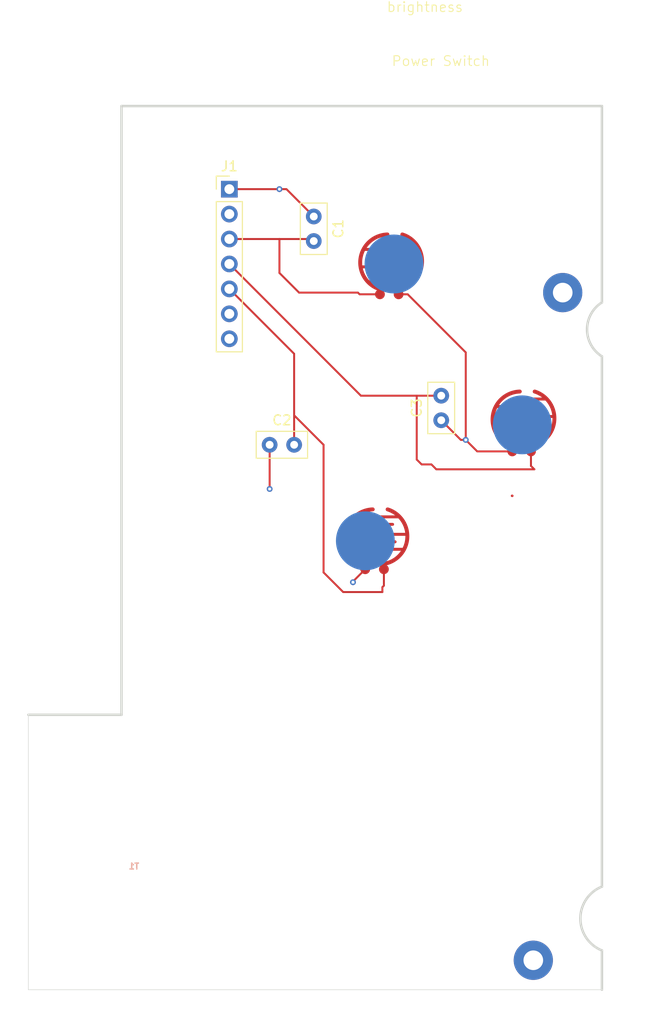
<source format=kicad_pcb>
(kicad_pcb (version 20240108) (generator "pcbnew") (generator_version "8.0")
  (layers (0 "F.Cu" signal "TopLayer") (1 "In1.Cu" signal "5V+Signal") (2 "In2.Cu" signal "GND") (31 "B.Cu" signal "BottomLayer") (34 "B.Paste" user "BottomPasteMaskLayer") (35 "F.Paste" user "TopPasteMaskLayer") (36 "B.SilkS" user "BottomSilkLayer") (37 "F.SilkS" user "TopSilkLayer") (38 "B.Mask" user "BottomSolderMaskLayer") (39 "F.Mask" user "TopSolderMaskLayer") (44 "Edge.Cuts" user "BoardOutLine"))
  (net 0 "")
  (net 1 "GND")
  (net 2 "/Start")
  (net 3 "/1")
  (net 4 "/2")
  (net 5 "/3v3")
  (net 6 "/Brightness_DT")
  (net 7 "/Clk")
  (footprint "BackupProjects_allisonbarfield_personal_3_20250219:BUTTON" (layer "F.Cu") (at 216.89145 76 -90)
    (property "Reference" "SW7" (hide yes))
    (property "Value" "PS" (hide yes))
    (fp_line (start 0.381 2.921) (end 0.381 -1.905) (stroke (width 0.3)) (layer "F.Cu"))
    (fp_line (start -1.397 2.667) (end -1.397 -1.651) (stroke (width 0.3)) (layer "F.Cu"))
    (fp_line (start 1.905 2.286) (end 1.905 -0.889) (stroke (width 0.3)) (layer "F.Cu"))
    (fp_line (start -2.159 -2.286) (end -2.159 0.889) (stroke (width 0.3)) (layer "F.Cu"))
    (fp_line (start 1.143 -2.667) (end 1.143 1.651) (stroke (width 0.3)) (layer "F.Cu"))
    (fp_line (start -0.381 -2.921) (end -0.381 1.905) (stroke (width 0.3)) (layer "F.Cu"))
    (fp_arc (start 2.667 1.143) (mid -0.449606 3.127775) (end -2.921 0.381) (stroke (width 0.4)) (layer "F.Cu"))
    (fp_arc (start -2.921 -1.143) (mid 0.195606 -3.127775) (end 2.667 -0.381) (stroke (width 0.4)) (layer "F.Cu"))
    (pad "1" smd oval (at 3.1749 -0.7619 90) (size 1 1) (layers "F.Cu" "F.Paste" "F.Mask") (net 1 "GND"))
    (pad "2" smd oval (at 3.1749 1.1431 90) (size 1 1) (layers "F.Cu" "F.Paste" "F.Mask") (net 2 "/Start"))
  )
  (footprint "" (layer "F.Cu") (at 185.141845 125.999999)
    (property "Reference" "" (at 0 0 0) (layer "F.SilkS") (effects (font (size 1.27 1.27))))
    (property "Value" "")
    (pad "" np_thru_hole circle (at 0 0 180) (size 3.5 3.5) (drill 3.5) (layers "F&B.Cu" "*.Mask"))
  )
  (footprint "BackupProjects_allisonbarfield_personal_3_20250219:BUTTON" (layer "F.Cu") (at 230.39045 91.9991 -90)
    (property "Reference" "SW6" (hide yes))
    (property "Value" "TR" (hide yes))
    (fp_line (start 0.381 2.921) (end 0.381 -1.905) (stroke (width 0.3)) (layer "F.Cu"))
    (fp_line (start -1.397 2.667) (end -1.397 -1.651) (stroke (width 0.3)) (layer "F.Cu"))
    (fp_line (start 1.905 2.286) (end 1.905 -0.889) (stroke (width 0.3)) (layer "F.Cu"))
    (fp_line (start -2.159 -2.286) (end -2.159 0.889) (stroke (width 0.3)) (layer "F.Cu"))
    (fp_line (start 1.143 -2.667) (end 1.143 1.651) (stroke (width 0.3)) (layer "F.Cu"))
    (fp_line (start -0.381 -2.921) (end -0.381 1.905) (stroke (width 0.3)) (layer "F.Cu"))
    (fp_arc (start 2.667 1.143) (mid -0.449606 3.127775) (end -2.921 0.381) (stroke (width 0.4)) (layer "F.Cu"))
    (fp_arc (start -2.921 -1.143) (mid 0.195606 -3.127775) (end 2.667 -0.381) (stroke (width 0.4)) (layer "F.Cu"))
    (pad "1" smd oval (at 3.175 -0.762 90) (size 1 1) (layers "F.Cu" "F.Paste" "F.Mask") (net 4 "/2"))
    (pad "2" smd oval (at 3.175 1.143 90) (size 1 1) (layers "F.Cu" "F.Paste" "F.Mask") (net 1 "GND"))
  )
  (footprint "Capacitor_THT:C_Disc_D5.0mm_W2.5mm_P2.50mm" (layer "F.Cu") (at 204.5 94.5)
    (property "Reference" "C2" (at 1.25 -2.5 0) (layer "F.SilkS"))
    (property "Value" "1u")
    (fp_line (start -1.37 -1.37) (end -1.37 1.37) (stroke (width 0.12)) (layer "F.SilkS"))
    (fp_line (start -1.37 -1.37) (end 3.87 -1.37) (stroke (width 0.12)) (layer "F.SilkS"))
    (fp_line (start -1.37 1.37) (end 3.87 1.37) (stroke (width 0.12)) (layer "F.SilkS"))
    (fp_line (start 3.87 -1.37) (end 3.87 1.37) (stroke (width 0.12)) (layer "F.SilkS"))
    (pad "1" thru_hole circle (at 0 0) (size 1.6 1.6) (drill 0.8) (layers "*.Cu" "*.Mask") (net 1 "GND"))
    (pad "2" thru_hole circle (at 2.5 0) (size 1.6 1.6) (drill 0.8) (layers "*.Cu" "*.Mask") (net 3 "/1"))
  )
  (footprint "Connector_PinHeader_2.54mm:PinHeader_1x07_P2.54mm_Vertical" (layer "F.Cu") (at 200.390576 68.464052)
    (property "Reference" "J1" (at 0 -2.33 0) (layer "F.SilkS"))
    (property "Value" "Conn_01x07_Pin")
    (fp_line (start -1.33 -1.33) (end 0 -1.33) (stroke (width 0.12)) (layer "F.SilkS"))
    (fp_line (start -1.33 0) (end -1.33 -1.33) (stroke (width 0.12)) (layer "F.SilkS"))
    (fp_line (start -1.33 1.27) (end -1.33 16.57) (stroke (width 0.12)) (layer "F.SilkS"))
    (fp_line (start -1.33 1.27) (end 1.33 1.27) (stroke (width 0.12)) (layer "F.SilkS"))
    (fp_line (start -1.33 16.57) (end 1.33 16.57) (stroke (width 0.12)) (layer "F.SilkS"))
    (fp_line (start 1.33 1.27) (end 1.33 16.57) (stroke (width 0.12)) (layer "F.SilkS"))
    (pad "1" thru_hole rect (at 0 0) (size 1.7 1.7) (drill 1) (layers "*.Cu" "*.Mask") (net 1 "GND"))
    (pad "2" thru_hole oval (at 0 2.54) (size 1.7 1.7) (drill 1) (layers "*.Cu" "*.Mask") (net 5 "/3v3"))
    (pad "3" thru_hole oval (at 0 5.08) (size 1.7 1.7) (drill 1) (layers "*.Cu" "*.Mask") (net 2 "/Start"))
    (pad "4" thru_hole oval (at 0 7.62) (size 1.7 1.7) (drill 1) (layers "*.Cu" "*.Mask") (net 4 "/2"))
    (pad "5" thru_hole oval (at 0 10.16) (size 1.7 1.7) (drill 1) (layers "*.Cu" "*.Mask") (net 3 "/1"))
    (pad "6" thru_hole oval (at 0 12.7) (size 1.7 1.7) (drill 1) (layers "*.Cu" "*.Mask") (net 7 "/Clk"))
    (pad "7" thru_hole oval (at 0 15.24) (size 1.7 1.7) (drill 1) (layers "*.Cu" "*.Mask") (net 6 "/Brightness_DT"))
  )
  (footprint "Capacitor_THT:C_Disc_D5.0mm_W2.5mm_P2.50mm" (layer "F.Cu") (at 222 92 90)
    (property "Reference" "C3" (at 1.25 -2.5 90) (layer "F.SilkS"))
    (property "Value" "1u")
    (fp_line (start 3.87 -1.37) (end 3.87 1.37) (stroke (width 0.12)) (layer "F.SilkS"))
    (fp_line (start -1.37 -1.37) (end 3.87 -1.37) (stroke (width 0.12)) (layer "F.SilkS"))
    (fp_line (start -1.37 -1.37) (end -1.37 1.37) (stroke (width 0.12)) (layer "F.SilkS"))
    (fp_line (start -1.37 1.37) (end 3.87 1.37) (stroke (width 0.12)) (layer "F.SilkS"))
    (pad "1" thru_hole circle (at 0 0 90) (size 1.6 1.6) (drill 0.8) (layers "*.Cu" "*.Mask") (net 1 "GND"))
    (pad "2" thru_hole circle (at 2.5 0 90) (size 1.6 1.6) (drill 0.8) (layers "*.Cu" "*.Mask") (net 4 "/2"))
  )
  (footprint "BackupProjects_allisonbarfield_personal_3_20250219:BUTTON" (layer "F.Cu") (at 215.39175 104.0006 -90)
    (property "Reference" "SW5" (hide yes))
    (property "Value" "TL" (hide yes))
    (fp_line (start 0.381 2.921) (end 0.381 -1.905) (stroke (width 0.3)) (layer "F.Cu"))
    (fp_line (start -1.397 2.667) (end -1.397 -1.651) (stroke (width 0.3)) (layer "F.Cu"))
    (fp_line (start 1.905 2.286) (end 1.905 -0.889) (stroke (width 0.3)) (layer "F.Cu"))
    (fp_line (start -2.159 -2.286) (end -2.159 0.889) (stroke (width 0.3)) (layer "F.Cu"))
    (fp_line (start 1.143 -2.667) (end 1.143 1.651) (stroke (width 0.3)) (layer "F.Cu"))
    (fp_line (start -0.381 -2.921) (end -0.381 1.905) (stroke (width 0.3)) (layer "F.Cu"))
    (fp_arc (start 2.667 1.143) (mid -0.449606 3.127775) (end -2.921 0.381) (stroke (width 0.4)) (layer "F.Cu"))
    (fp_arc (start -2.921 -1.143) (mid 0.195606 -3.127775) (end 2.667 -0.381) (stroke (width 0.4)) (layer "F.Cu"))
    (pad "1" smd oval (at 3.175 -0.762 90) (size 1 1) (layers "F.Cu" "F.Paste" "F.Mask") (net 3 "/1"))
    (pad "2" smd oval (at 3.175 1.143 90) (size 1 1) (layers "F.Cu" "F.Paste" "F.Mask") (net 1 "GND"))
  )
  (footprint "Capacitor_THT:C_Disc_D5.0mm_W2.5mm_P2.50mm" (layer "F.Cu") (at 209 71.25 -90)
    (property "Reference" "C1" (at 1.25 -2.5 90) (layer "F.SilkS"))
    (property "Value" "1u")
    (fp_line (start -1.37 1.37) (end 3.87 1.37) (stroke (width 0.12)) (layer "F.SilkS"))
    (fp_line (start -1.37 -1.37) (end -1.37 1.37) (stroke (width 0.12)) (layer "F.SilkS"))
    (fp_line (start -1.37 -1.37) (end 3.87 -1.37) (stroke (width 0.12)) (layer "F.SilkS"))
    (fp_line (start 3.87 -1.37) (end 3.87 1.37) (stroke (width 0.12)) (layer "F.SilkS"))
    (pad "1" thru_hole circle (at 0 0 270) (size 1.6 1.6) (drill 0.8) (layers "*.Cu" "*.Mask") (net 1 "GND"))
    (pad "2" thru_hole circle (at 2.5 0 270) (size 1.6 1.6) (drill 0.8) (layers "*.Cu" "*.Mask") (net 2 "/Start"))
  )
  (footprint "BackupProjects_allisonbarfield_personal_3_20250219:Hole_gge24790" (layer "B.Cu") (at 193.39155 62.9999 180)
    (property "Reference" "Hole_gge24790" (hide yes))
    (property "Value" "Hole_gge24790" (hide yes))
    (pad "" np_thru_hole circle (at 0 0 180) (size 2 2) (drill 2) (layers "F&B.Cu" "*.Mask"))
  )
  (footprint "BackupProjects_allisonbarfield_personal_3_20250219:Pad_gge24780" (layer "B.Cu") (at 234.39145 78.9999 180)
    (property "Reference" "Pad_gge24780" (hide yes))
    (property "Value" "Pad_gge24780" (hide yes))
    (pad "1" thru_hole oval (at 0 0 180) (size 4 4) (drill 2) (layers "*.Cu" "*.Mask"))
  )
  (footprint "BackupProjects_allisonbarfield_personal_3_20250219:Hole_gge24795" (layer "B.Cu") (at 193.89145 115.4999 180)
    (property "Reference" "Hole_gge24795" (hide yes))
    (property "Value" "Hole_gge24795" (hide yes))
    (pad "" np_thru_hole circle (at 0 0 180) (size 2 2) (drill 2) (layers "F&B.Cu" "*.Mask"))
  )
  (footprint "BackupProjects_allisonbarfield_personal_3_20250219:Pad_gge24769" (layer "B.Cu") (at 231.39145 147 180)
    (property "Reference" "Pad_gge24769" (hide yes))
    (property "Value" "Pad_gge24769" (hide yes))
    (pad "1" thru_hole oval (at 0 0 180) (size 4 4) (drill 2) (layers "*.Cu" "*.Mask"))
  )
  (gr_circle (center 217.18245 76.086) (end 215.68235 76.086) (stroke (width 3)) (fill none) (layer "B.Cu") (net 1))
  (gr_circle (center 214.26145 104.28) (end 212.76135 104.28) (stroke (width 3)) (fill none) (layer "B.Cu") (net 1))
  (gr_circle (center 230.26345 92.469) (end 228.76335 92.469) (stroke (width 3)) (fill none) (layer "B.Cu") (net 1))
  (gr_line (start 189.39145 60) (end 189.39145 122) (stroke (width 0.254)) (layer "Edge.Cuts"))
  (gr_line (start 238.39145 80.000002) (end 238.39145 60.0002) (stroke (width 0.254)) (layer "Edge.Cuts"))
  (gr_line (start 238.39145 150) (end 179.89145 150) (stroke (width 0.05)) (layer "Edge.Cuts"))
  (gr_arc (start 238.39145 85.499999) (mid 236.874085 82.75) (end 238.39145 80.000002) (stroke (width 0.254)) (layer "Edge.Cuts"))
  (gr_line (start 238.39145 139.500002) (end 238.39145 85.499999) (stroke (width 0.254)) (layer "Edge.Cuts"))
  (gr_line (start 238.39145 60.0002) (end 189.39145 60) (stroke (width 0.254)) (layer "Edge.Cuts"))
  (gr_line (start 238.39145 150) (end 238.39145 145.999499) (stroke (width 0.254)) (layer "Edge.Cuts"))
  (gr_line (start 179.89145 122) (end 179.89145 150) (stroke (width 0.05)) (layer "Edge.Cuts"))
  (gr_arc (start 238.39145 145.999499) (mid 236.191118 142.74975) (end 238.39145 139.500002) (stroke (width 0.254)) (layer "Edge.Cuts"))
  (gr_line (start 189.39145 122) (end 179.89145 122) (stroke (width 0.254)) (layer "Edge.Cuts"))
  (gr_text "T1" (at 191.27445 137.081 -0) (layer "B.SilkS") (effects (font (size 0.6 0.6) (thickness 0.2032)) (justify left top mirror)))
  (gr_text "Power Switch\n" (at 216.89075 56 0) (layer "F.SilkS") (effects (font (size 1 1) (thickness 0.1)) (justify left bottom)))
  (gr_text "brightness\n" (at 216.39075 50.5 0) (layer "F.SilkS") (effects (font (size 1 1) (thickness 0.1)) (justify left bottom)))
  (segment (start 218.581453 79.1749) (end 224.5 85.093447) (width 0.2) (layer "F.Cu") (net 1))
  (segment (start 224 94) (end 224.5 94) (width 0.2) (layer "F.Cu") (net 1))
  (segment (start 229.24845 99.6986) (end 229.22385 99.6986) (width 0.254) (layer "F.Cu") (net 1))
  (segment (start 225.6741 95.1741) (end 224.5 94) (width 0.2) (layer "F.Cu") (net 1))
  (segment (start 200.390576 68.464052) (end 205.5 68.464052) (width 0.2) (layer "F.Cu") (net 1))
  (segment (start 204.5 94.5) (end 204.5 99) (width 0.2) (layer "F.Cu") (net 1))
  (segment (start 206.214052 68.464052) (end 209 71.25) (width 0.2) (layer "F.Cu") (net 1))
  (segment (start 213 108.42435) (end 213 108.5) (width 0.2) (layer "F.Cu") (net 1))
  (segment (start 222 92) (end 224 94) (width 0.2) (layer "F.Cu") (net 1))
  (segment (start 224.5 85.093447) (end 224.5 94) (width 0.2) (layer "F.Cu") (net 1))
  (segment (start 229.24745 95.1741) (end 225.6741 95.1741) (width 0.2) (layer "F.Cu") (net 1))
  (segment (start 217.65335 79.1749) (end 218.581453 79.1749) (width 0.2) (layer "F.Cu") (net 1))
  (segment (start 205.5 68.464052) (end 206.214052 68.464052) (width 0.2) (layer "F.Cu") (net 1))
  (segment (start 214.24875 107.1756) (end 213 108.42435) (width 0.2) (layer "F.Cu") (net 1))
  (via (at 224.5 94) (size 0.6) (drill 0.3) (layers "F.Cu" "B.Cu") (net 1))
  (via (at 213 108.5) (size 0.6) (drill 0.3) (layers "F.Cu" "B.Cu") (net 1))
  (via (at 205.5 68.464052) (size 0.6) (drill 0.3) (layers "F.Cu" "B.Cu") (net 1))
  (via (at 204.5 99) (size 0.6) (drill 0.3) (layers "F.Cu" "B.Cu") (net 1))
  (segment (start 217.89135 76.8771) (end 218.68245 76.086) (width 0.254) (layer "B.Cu") (net 1))
  (segment (start 214.76945 104.28) (end 215.76255 104.28) (width 0.254) (layer "B.Cu") (net 1))
  (segment (start 229.14075 92.469) (end 231.76455 92.469) (width 0.254) (layer "B.Cu") (net 1))
  (segment (start 205.5 77) (end 207.5 79) (width 0.2) (layer "F.Cu") (net 2))
  (segment (start 207.5 79) (end 213.5 79) (width 0.2) (layer "F.Cu") (net 2))
  (segment (start 208.794052 73.544052) (end 209 73.75) (width 0.2) (layer "F.Cu") (net 2))
  (segment (start 200.390576 73.544052) (end 205.5 73.544052) (width 0.2) (layer "F.Cu") (net 2))
  (segment (start 215.74835 79.1749) (end 213.6749 79.1749) (width 0.2) (layer "F.Cu") (net 2))
  (segment (start 205.5 73.544052) (end 205.5 77) (width 0.2) (layer "F.Cu") (net 2))
  (segment (start 213.6749 79.1749) (end 213.5 79) (width 0.2) (layer "F.Cu") (net 2))
  (segment (start 205.5 73.544052) (end 208.794052 73.544052) (width 0.2) (layer "F.Cu") (net 2))
  (segment (start 212 109.5) (end 216 109.5) (width 0.2) (layer "F.Cu") (net 3))
  (segment (start 207 85.233476) (end 207 91.5) (width 0.2) (layer "F.Cu") (net 3))
  (segment (start 210 94.5) (end 210 107.5) (width 0.2) (layer "F.Cu") (net 3))
  (segment (start 200.390576 78.624052) (end 207 85.233476) (width 0.2) (layer "F.Cu") (net 3))
  (segment (start 216 109.5) (end 216 109) (width 0.2) (layer "F.Cu") (net 3))
  (segment (start 207 91.5) (end 210 94.5) (width 0.2) (layer "F.Cu") (net 3))
  (segment (start 216.15375 108.84625) (end 216.15375 107.1756) (width 0.2) (layer "F.Cu") (net 3))
  (segment (start 216 109) (end 216.15375 108.84625) (width 0.2) (layer "F.Cu") (net 3))
  (segment (start 210 107.5) (end 212 109.5) (width 0.2) (layer "F.Cu") (net 3))
  (segment (start 207 91.5) (end 207 94.5) (width 0.2) (layer "F.Cu") (net 3))
  (segment (start 219.5 89.5) (end 222 89.5) (width 0.2) (layer "F.Cu") (net 4))
  (segment (start 220 96.5) (end 221 96.5) (width 0.2) (layer "F.Cu") (net 4))
  (segment (start 213.806524 89.5) (end 219.5 89.5) (width 0.2) (layer "F.Cu") (net 4))
  (segment (start 219.5 96) (end 220 96.5) (width 0.2) (layer "F.Cu") (net 4))
  (segment (start 219.5 89.5) (end 219.5 96) (width 0.2) (layer "F.Cu") (net 4))
  (segment (start 200.390576 76.084052) (end 213.806524 89.5) (width 0.2) (layer "F.Cu") (net 4))
  (segment (start 231.5 97) (end 231.15245 96.65245) (width 0.2) (layer "F.Cu") (net 4))
  (segment (start 221.5 97) (end 231.5 97) (width 0.2) (layer "F.Cu") (net 4))
  (segment (start 231.15245 96.65245) (end 231.15245 95.1741) (width 0.2) (layer "F.Cu") (net 4))
  (segment (start 221 96.5) (end 221.5 97) (width 0.2) (layer "F.Cu") (net 4))
)
</source>
